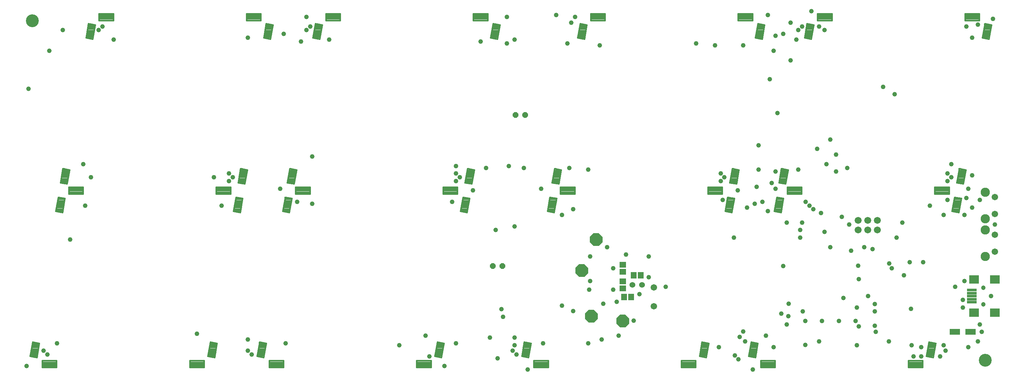
<source format=gbs>
G75*
%MOIN*%
%OFA0B0*%
%FSLAX25Y25*%
%IPPOS*%
%LPD*%
%AMOC8*
5,1,8,0,0,1.08239X$1,22.5*
%
%ADD10C,0.13398*%
%ADD11C,0.06737*%
%ADD12R,0.11036X0.06312*%
%ADD13R,0.10249X0.08674*%
%ADD14R,0.09887X0.02769*%
%ADD15C,0.04737*%
%ADD16C,0.07200*%
%ADD17C,0.01735*%
%ADD18OC8,0.06000*%
%ADD19C,0.06000*%
%ADD20R,0.05918X0.06706*%
%ADD21R,0.06706X0.05918*%
%ADD22C,0.09658*%
%ADD23OC8,0.13200*%
%ADD24C,0.04762*%
D10*
X1034249Y0111295D03*
X0042123Y0465626D03*
D11*
X0689209Y0187201D03*
X0689209Y0167516D03*
X1044091Y0224484D03*
X1044091Y0242201D03*
X1044091Y0263854D03*
X1044091Y0281571D03*
D12*
X1018698Y0140823D03*
X1002556Y0140823D03*
D13*
X1022438Y0160902D03*
X1044091Y0160902D03*
X1044091Y0195547D03*
X1022438Y0195547D03*
D14*
X1020217Y0184524D03*
X1020217Y0181374D03*
X1020217Y0178224D03*
X1020217Y0175075D03*
X1020217Y0171925D03*
D15*
X1032280Y0169563D03*
X1032280Y0186886D03*
D16*
X0921709Y0247358D03*
X0911709Y0247358D03*
X0901709Y0247358D03*
X0901709Y0257358D03*
X0911709Y0257358D03*
X0921709Y0257358D03*
D17*
X0981566Y0284991D02*
X0996380Y0284991D01*
X0981566Y0284991D02*
X0981566Y0291931D01*
X0996380Y0291931D01*
X0996380Y0284991D01*
X0996380Y0286725D02*
X0981566Y0286725D01*
X0981566Y0288459D02*
X0996380Y0288459D01*
X0996380Y0290193D02*
X0981566Y0290193D01*
X0981566Y0291927D02*
X0996380Y0291927D01*
X1004403Y0296715D02*
X1006975Y0311303D01*
X1013809Y0310097D01*
X1011237Y0295509D01*
X1004403Y0296715D01*
X1004496Y0297243D02*
X1011543Y0297243D01*
X1011848Y0298977D02*
X1004802Y0298977D01*
X1005108Y0300711D02*
X1012154Y0300711D01*
X1012460Y0302445D02*
X1005413Y0302445D01*
X1005719Y0304179D02*
X1012766Y0304179D01*
X1013071Y0305913D02*
X1006025Y0305913D01*
X1006330Y0307647D02*
X1013377Y0307647D01*
X1013683Y0309381D02*
X1006636Y0309381D01*
X1006942Y0311115D02*
X1008040Y0311115D01*
X1008976Y0280206D02*
X1006404Y0265618D01*
X0999570Y0266824D01*
X1002142Y0281412D01*
X1008976Y0280206D01*
X1006710Y0267352D02*
X0999663Y0267352D01*
X0999969Y0269086D02*
X1007015Y0269086D01*
X1007321Y0270820D02*
X1000275Y0270820D01*
X1000580Y0272554D02*
X1007627Y0272554D01*
X1007933Y0274288D02*
X1000886Y0274288D01*
X1001192Y0276022D02*
X1008238Y0276022D01*
X1008544Y0277756D02*
X1001497Y0277756D01*
X1001803Y0279490D02*
X1008850Y0279490D01*
X1003207Y0281224D02*
X1002109Y0281224D01*
X0842837Y0284991D02*
X0828023Y0284991D01*
X0828023Y0291931D01*
X0842837Y0291931D01*
X0842837Y0284991D01*
X0842837Y0286725D02*
X0828023Y0286725D01*
X0828023Y0288459D02*
X0842837Y0288459D01*
X0842837Y0290193D02*
X0828023Y0290193D01*
X0828023Y0291927D02*
X0842837Y0291927D01*
X0826198Y0295509D02*
X0828770Y0310097D01*
X0826198Y0295509D02*
X0819364Y0296715D01*
X0821936Y0311303D01*
X0828770Y0310097D01*
X0826504Y0297243D02*
X0819457Y0297243D01*
X0819763Y0298977D02*
X0826809Y0298977D01*
X0827115Y0300711D02*
X0820069Y0300711D01*
X0820374Y0302445D02*
X0827421Y0302445D01*
X0827727Y0304179D02*
X0820680Y0304179D01*
X0820986Y0305913D02*
X0828032Y0305913D01*
X0828338Y0307647D02*
X0821291Y0307647D01*
X0821597Y0309381D02*
X0828644Y0309381D01*
X0823001Y0311115D02*
X0821903Y0311115D01*
X0770755Y0311303D02*
X0768183Y0296715D01*
X0770755Y0311303D02*
X0777589Y0310097D01*
X0775017Y0295509D01*
X0768183Y0296715D01*
X0768276Y0297243D02*
X0775323Y0297243D01*
X0775628Y0298977D02*
X0768582Y0298977D01*
X0768888Y0300711D02*
X0775934Y0300711D01*
X0776240Y0302445D02*
X0769193Y0302445D01*
X0769499Y0304179D02*
X0776546Y0304179D01*
X0776851Y0305913D02*
X0769805Y0305913D01*
X0770110Y0307647D02*
X0777157Y0307647D01*
X0777463Y0309381D02*
X0770416Y0309381D01*
X0770722Y0311115D02*
X0771820Y0311115D01*
X0760160Y0284991D02*
X0745346Y0284991D01*
X0745346Y0291931D01*
X0760160Y0291931D01*
X0760160Y0284991D01*
X0760160Y0286725D02*
X0745346Y0286725D01*
X0745346Y0288459D02*
X0760160Y0288459D01*
X0760160Y0290193D02*
X0745346Y0290193D01*
X0745346Y0291927D02*
X0760160Y0291927D01*
X0772755Y0280206D02*
X0770183Y0265618D01*
X0763349Y0266824D01*
X0765921Y0281412D01*
X0772755Y0280206D01*
X0770489Y0267352D02*
X0763442Y0267352D01*
X0763748Y0269086D02*
X0770794Y0269086D01*
X0771100Y0270820D02*
X0764054Y0270820D01*
X0764359Y0272554D02*
X0771406Y0272554D01*
X0771712Y0274288D02*
X0764665Y0274288D01*
X0764971Y0276022D02*
X0772017Y0276022D01*
X0772323Y0277756D02*
X0765276Y0277756D01*
X0765582Y0279490D02*
X0772629Y0279490D01*
X0766986Y0281224D02*
X0765888Y0281224D01*
X0814530Y0266824D02*
X0817102Y0281412D01*
X0823936Y0280206D01*
X0821364Y0265618D01*
X0814530Y0266824D01*
X0814623Y0267352D02*
X0821670Y0267352D01*
X0821975Y0269086D02*
X0814929Y0269086D01*
X0815235Y0270820D02*
X0822281Y0270820D01*
X0822587Y0272554D02*
X0815540Y0272554D01*
X0815846Y0274288D02*
X0822893Y0274288D01*
X0823198Y0276022D02*
X0816152Y0276022D01*
X0816457Y0277756D02*
X0823504Y0277756D01*
X0823810Y0279490D02*
X0816763Y0279490D01*
X0817069Y0281224D02*
X0818167Y0281224D01*
X0606616Y0284991D02*
X0591802Y0284991D01*
X0591802Y0291931D01*
X0606616Y0291931D01*
X0606616Y0284991D01*
X0606616Y0286725D02*
X0591802Y0286725D01*
X0591802Y0288459D02*
X0606616Y0288459D01*
X0606616Y0290193D02*
X0591802Y0290193D01*
X0591802Y0291927D02*
X0606616Y0291927D01*
X0589978Y0295509D02*
X0592550Y0310097D01*
X0589978Y0295509D02*
X0583144Y0296715D01*
X0585716Y0311303D01*
X0592550Y0310097D01*
X0590284Y0297243D02*
X0583237Y0297243D01*
X0583543Y0298977D02*
X0590589Y0298977D01*
X0590895Y0300711D02*
X0583849Y0300711D01*
X0584154Y0302445D02*
X0591201Y0302445D01*
X0591507Y0304179D02*
X0584460Y0304179D01*
X0584766Y0305913D02*
X0591812Y0305913D01*
X0592118Y0307647D02*
X0585071Y0307647D01*
X0585377Y0309381D02*
X0592424Y0309381D01*
X0586781Y0311115D02*
X0585683Y0311115D01*
X0495164Y0311303D02*
X0492592Y0296715D01*
X0495164Y0311303D02*
X0501998Y0310097D01*
X0499426Y0295509D01*
X0492592Y0296715D01*
X0492685Y0297243D02*
X0499732Y0297243D01*
X0500037Y0298977D02*
X0492991Y0298977D01*
X0493297Y0300711D02*
X0500343Y0300711D01*
X0500649Y0302445D02*
X0493602Y0302445D01*
X0493908Y0304179D02*
X0500955Y0304179D01*
X0501260Y0305913D02*
X0494214Y0305913D01*
X0494519Y0307647D02*
X0501566Y0307647D01*
X0501872Y0309381D02*
X0494825Y0309381D01*
X0495131Y0311115D02*
X0496229Y0311115D01*
X0484569Y0284991D02*
X0469755Y0284991D01*
X0469755Y0291931D01*
X0484569Y0291931D01*
X0484569Y0284991D01*
X0484569Y0286725D02*
X0469755Y0286725D01*
X0469755Y0288459D02*
X0484569Y0288459D01*
X0484569Y0290193D02*
X0469755Y0290193D01*
X0469755Y0291927D02*
X0484569Y0291927D01*
X0497165Y0280206D02*
X0494593Y0265618D01*
X0487759Y0266824D01*
X0490331Y0281412D01*
X0497165Y0280206D01*
X0494899Y0267352D02*
X0487852Y0267352D01*
X0488158Y0269086D02*
X0495204Y0269086D01*
X0495510Y0270820D02*
X0488464Y0270820D01*
X0488769Y0272554D02*
X0495816Y0272554D01*
X0496122Y0274288D02*
X0489075Y0274288D01*
X0489381Y0276022D02*
X0496427Y0276022D01*
X0496733Y0277756D02*
X0489686Y0277756D01*
X0489992Y0279490D02*
X0497039Y0279490D01*
X0491396Y0281224D02*
X0490298Y0281224D01*
X0578310Y0266824D02*
X0580882Y0281412D01*
X0587716Y0280206D01*
X0585144Y0265618D01*
X0578310Y0266824D01*
X0578403Y0267352D02*
X0585450Y0267352D01*
X0585755Y0269086D02*
X0578709Y0269086D01*
X0579015Y0270820D02*
X0586061Y0270820D01*
X0586367Y0272554D02*
X0579320Y0272554D01*
X0579626Y0274288D02*
X0586673Y0274288D01*
X0586978Y0276022D02*
X0579932Y0276022D01*
X0580237Y0277756D02*
X0587284Y0277756D01*
X0587590Y0279490D02*
X0580543Y0279490D01*
X0580849Y0281224D02*
X0581947Y0281224D01*
X0331026Y0284991D02*
X0316212Y0284991D01*
X0316212Y0291931D01*
X0331026Y0291931D01*
X0331026Y0284991D01*
X0331026Y0286725D02*
X0316212Y0286725D01*
X0316212Y0288459D02*
X0331026Y0288459D01*
X0331026Y0290193D02*
X0316212Y0290193D01*
X0316212Y0291927D02*
X0331026Y0291927D01*
X0314387Y0295509D02*
X0316959Y0310097D01*
X0314387Y0295509D02*
X0307553Y0296715D01*
X0310125Y0311303D01*
X0316959Y0310097D01*
X0314693Y0297243D02*
X0307646Y0297243D01*
X0307952Y0298977D02*
X0314998Y0298977D01*
X0315304Y0300711D02*
X0308258Y0300711D01*
X0308563Y0302445D02*
X0315610Y0302445D01*
X0315916Y0304179D02*
X0308869Y0304179D01*
X0309175Y0305913D02*
X0316221Y0305913D01*
X0316527Y0307647D02*
X0309480Y0307647D01*
X0309786Y0309381D02*
X0316833Y0309381D01*
X0311190Y0311115D02*
X0310092Y0311115D01*
X0258944Y0311303D02*
X0256372Y0296715D01*
X0258944Y0311303D02*
X0265778Y0310097D01*
X0263206Y0295509D01*
X0256372Y0296715D01*
X0256465Y0297243D02*
X0263512Y0297243D01*
X0263817Y0298977D02*
X0256771Y0298977D01*
X0257077Y0300711D02*
X0264123Y0300711D01*
X0264429Y0302445D02*
X0257382Y0302445D01*
X0257688Y0304179D02*
X0264735Y0304179D01*
X0265040Y0305913D02*
X0257994Y0305913D01*
X0258299Y0307647D02*
X0265346Y0307647D01*
X0265652Y0309381D02*
X0258605Y0309381D01*
X0258911Y0311115D02*
X0260009Y0311115D01*
X0248349Y0284991D02*
X0233535Y0284991D01*
X0233535Y0291931D01*
X0248349Y0291931D01*
X0248349Y0284991D01*
X0248349Y0286725D02*
X0233535Y0286725D01*
X0233535Y0288459D02*
X0248349Y0288459D01*
X0248349Y0290193D02*
X0233535Y0290193D01*
X0233535Y0291927D02*
X0248349Y0291927D01*
X0260944Y0280206D02*
X0258372Y0265618D01*
X0251538Y0266824D01*
X0254110Y0281412D01*
X0260944Y0280206D01*
X0258678Y0267352D02*
X0251631Y0267352D01*
X0251937Y0269086D02*
X0258983Y0269086D01*
X0259289Y0270820D02*
X0252243Y0270820D01*
X0252548Y0272554D02*
X0259595Y0272554D01*
X0259901Y0274288D02*
X0252854Y0274288D01*
X0253160Y0276022D02*
X0260206Y0276022D01*
X0260512Y0277756D02*
X0253465Y0277756D01*
X0253771Y0279490D02*
X0260818Y0279490D01*
X0255175Y0281224D02*
X0254077Y0281224D01*
X0302719Y0266824D02*
X0305291Y0281412D01*
X0312125Y0280206D01*
X0309553Y0265618D01*
X0302719Y0266824D01*
X0302812Y0267352D02*
X0309859Y0267352D01*
X0310164Y0269086D02*
X0303118Y0269086D01*
X0303424Y0270820D02*
X0310470Y0270820D01*
X0310776Y0272554D02*
X0303729Y0272554D01*
X0304035Y0274288D02*
X0311082Y0274288D01*
X0311387Y0276022D02*
X0304341Y0276022D01*
X0304646Y0277756D02*
X0311693Y0277756D01*
X0311999Y0279490D02*
X0304952Y0279490D01*
X0305258Y0281224D02*
X0306356Y0281224D01*
X0094805Y0284991D02*
X0079991Y0284991D01*
X0079991Y0291931D01*
X0094805Y0291931D01*
X0094805Y0284991D01*
X0094805Y0286725D02*
X0079991Y0286725D01*
X0079991Y0288459D02*
X0094805Y0288459D01*
X0094805Y0290193D02*
X0079991Y0290193D01*
X0079991Y0291927D02*
X0094805Y0291927D01*
X0078167Y0295509D02*
X0080739Y0310097D01*
X0078167Y0295509D02*
X0071333Y0296715D01*
X0073905Y0311303D01*
X0080739Y0310097D01*
X0078473Y0297243D02*
X0071426Y0297243D01*
X0071732Y0298977D02*
X0078778Y0298977D01*
X0079084Y0300711D02*
X0072038Y0300711D01*
X0072343Y0302445D02*
X0079390Y0302445D01*
X0079696Y0304179D02*
X0072649Y0304179D01*
X0072955Y0305913D02*
X0080001Y0305913D01*
X0080307Y0307647D02*
X0073260Y0307647D01*
X0073566Y0309381D02*
X0080613Y0309381D01*
X0074970Y0311115D02*
X0073872Y0311115D01*
X0069071Y0281412D02*
X0066499Y0266824D01*
X0069071Y0281412D02*
X0075905Y0280206D01*
X0073333Y0265618D01*
X0066499Y0266824D01*
X0066592Y0267352D02*
X0073639Y0267352D01*
X0073944Y0269086D02*
X0066898Y0269086D01*
X0067204Y0270820D02*
X0074250Y0270820D01*
X0074556Y0272554D02*
X0067509Y0272554D01*
X0067815Y0274288D02*
X0074862Y0274288D01*
X0075167Y0276022D02*
X0068121Y0276022D01*
X0068426Y0277756D02*
X0075473Y0277756D01*
X0075779Y0279490D02*
X0068732Y0279490D01*
X0069038Y0281224D02*
X0070136Y0281224D01*
X0042408Y0130201D02*
X0039836Y0115613D01*
X0042408Y0130201D02*
X0049242Y0128995D01*
X0046670Y0114407D01*
X0039836Y0115613D01*
X0039929Y0116141D02*
X0046976Y0116141D01*
X0047281Y0117875D02*
X0040235Y0117875D01*
X0040541Y0119609D02*
X0047587Y0119609D01*
X0047893Y0121343D02*
X0040846Y0121343D01*
X0041152Y0123077D02*
X0048199Y0123077D01*
X0048504Y0124811D02*
X0041458Y0124811D01*
X0041763Y0126545D02*
X0048810Y0126545D01*
X0049116Y0128279D02*
X0042069Y0128279D01*
X0042375Y0130013D02*
X0043473Y0130013D01*
X0052432Y0110828D02*
X0067246Y0110828D01*
X0067246Y0103888D01*
X0052432Y0103888D01*
X0052432Y0110828D01*
X0052432Y0105622D02*
X0067246Y0105622D01*
X0067246Y0107356D02*
X0052432Y0107356D01*
X0052432Y0109090D02*
X0067246Y0109090D01*
X0067246Y0110824D02*
X0052432Y0110824D01*
X0205976Y0110828D02*
X0220790Y0110828D01*
X0220790Y0103888D01*
X0205976Y0103888D01*
X0205976Y0110828D01*
X0205976Y0105622D02*
X0220790Y0105622D01*
X0220790Y0107356D02*
X0205976Y0107356D01*
X0205976Y0109090D02*
X0220790Y0109090D01*
X0220790Y0110824D02*
X0205976Y0110824D01*
X0231710Y0114407D02*
X0234282Y0128995D01*
X0231710Y0114407D02*
X0224876Y0115613D01*
X0227448Y0130201D01*
X0234282Y0128995D01*
X0232016Y0116141D02*
X0224969Y0116141D01*
X0225275Y0117875D02*
X0232321Y0117875D01*
X0232627Y0119609D02*
X0225581Y0119609D01*
X0225886Y0121343D02*
X0232933Y0121343D01*
X0233239Y0123077D02*
X0226192Y0123077D01*
X0226498Y0124811D02*
X0233544Y0124811D01*
X0233850Y0126545D02*
X0226803Y0126545D01*
X0227109Y0128279D02*
X0234156Y0128279D01*
X0228513Y0130013D02*
X0227415Y0130013D01*
X0276057Y0115613D02*
X0278629Y0130201D01*
X0285463Y0128995D01*
X0282891Y0114407D01*
X0276057Y0115613D01*
X0276150Y0116141D02*
X0283197Y0116141D01*
X0283502Y0117875D02*
X0276456Y0117875D01*
X0276762Y0119609D02*
X0283808Y0119609D01*
X0284114Y0121343D02*
X0277067Y0121343D01*
X0277373Y0123077D02*
X0284420Y0123077D01*
X0284725Y0124811D02*
X0277679Y0124811D01*
X0277984Y0126545D02*
X0285031Y0126545D01*
X0285337Y0128279D02*
X0278290Y0128279D01*
X0278596Y0130013D02*
X0279694Y0130013D01*
X0288653Y0110828D02*
X0303467Y0110828D01*
X0303467Y0103888D01*
X0288653Y0103888D01*
X0288653Y0110828D01*
X0288653Y0105622D02*
X0303467Y0105622D01*
X0303467Y0107356D02*
X0288653Y0107356D01*
X0288653Y0109090D02*
X0303467Y0109090D01*
X0303467Y0110824D02*
X0288653Y0110824D01*
X0442196Y0110828D02*
X0457010Y0110828D01*
X0457010Y0103888D01*
X0442196Y0103888D01*
X0442196Y0110828D01*
X0442196Y0105622D02*
X0457010Y0105622D01*
X0457010Y0107356D02*
X0442196Y0107356D01*
X0442196Y0109090D02*
X0457010Y0109090D01*
X0457010Y0110824D02*
X0442196Y0110824D01*
X0467930Y0114407D02*
X0470502Y0128995D01*
X0467930Y0114407D02*
X0461096Y0115613D01*
X0463668Y0130201D01*
X0470502Y0128995D01*
X0468236Y0116141D02*
X0461189Y0116141D01*
X0461495Y0117875D02*
X0468541Y0117875D01*
X0468847Y0119609D02*
X0461801Y0119609D01*
X0462106Y0121343D02*
X0469153Y0121343D01*
X0469459Y0123077D02*
X0462412Y0123077D01*
X0462718Y0124811D02*
X0469764Y0124811D01*
X0470070Y0126545D02*
X0463023Y0126545D01*
X0463329Y0128279D02*
X0470376Y0128279D01*
X0464733Y0130013D02*
X0463635Y0130013D01*
X0551648Y0115613D02*
X0554220Y0130201D01*
X0561054Y0128995D01*
X0558482Y0114407D01*
X0551648Y0115613D01*
X0551741Y0116141D02*
X0558788Y0116141D01*
X0559093Y0117875D02*
X0552047Y0117875D01*
X0552353Y0119609D02*
X0559399Y0119609D01*
X0559705Y0121343D02*
X0552658Y0121343D01*
X0552964Y0123077D02*
X0560011Y0123077D01*
X0560316Y0124811D02*
X0553270Y0124811D01*
X0553575Y0126545D02*
X0560622Y0126545D01*
X0560928Y0128279D02*
X0553881Y0128279D01*
X0554187Y0130013D02*
X0555285Y0130013D01*
X0564243Y0110828D02*
X0579057Y0110828D01*
X0579057Y0103888D01*
X0564243Y0103888D01*
X0564243Y0110828D01*
X0564243Y0105622D02*
X0579057Y0105622D01*
X0579057Y0107356D02*
X0564243Y0107356D01*
X0564243Y0109090D02*
X0579057Y0109090D01*
X0579057Y0110824D02*
X0564243Y0110824D01*
X0717787Y0110828D02*
X0732601Y0110828D01*
X0732601Y0103888D01*
X0717787Y0103888D01*
X0717787Y0110828D01*
X0717787Y0105622D02*
X0732601Y0105622D01*
X0732601Y0107356D02*
X0717787Y0107356D01*
X0717787Y0109090D02*
X0732601Y0109090D01*
X0732601Y0110824D02*
X0717787Y0110824D01*
X0743521Y0114407D02*
X0746093Y0128995D01*
X0743521Y0114407D02*
X0736687Y0115613D01*
X0739259Y0130201D01*
X0746093Y0128995D01*
X0743827Y0116141D02*
X0736780Y0116141D01*
X0737086Y0117875D02*
X0744132Y0117875D01*
X0744438Y0119609D02*
X0737392Y0119609D01*
X0737697Y0121343D02*
X0744744Y0121343D01*
X0745050Y0123077D02*
X0738003Y0123077D01*
X0738309Y0124811D02*
X0745355Y0124811D01*
X0745661Y0126545D02*
X0738614Y0126545D01*
X0738920Y0128279D02*
X0745967Y0128279D01*
X0740324Y0130013D02*
X0739226Y0130013D01*
X0787868Y0115613D02*
X0790440Y0130201D01*
X0797274Y0128995D01*
X0794702Y0114407D01*
X0787868Y0115613D01*
X0787961Y0116141D02*
X0795008Y0116141D01*
X0795313Y0117875D02*
X0788267Y0117875D01*
X0788573Y0119609D02*
X0795619Y0119609D01*
X0795925Y0121343D02*
X0788878Y0121343D01*
X0789184Y0123077D02*
X0796231Y0123077D01*
X0796536Y0124811D02*
X0789490Y0124811D01*
X0789795Y0126545D02*
X0796842Y0126545D01*
X0797148Y0128279D02*
X0790101Y0128279D01*
X0790407Y0130013D02*
X0791505Y0130013D01*
X0800464Y0110828D02*
X0815278Y0110828D01*
X0815278Y0103888D01*
X0800464Y0103888D01*
X0800464Y0110828D01*
X0800464Y0105622D02*
X0815278Y0105622D01*
X0815278Y0107356D02*
X0800464Y0107356D01*
X0800464Y0109090D02*
X0815278Y0109090D01*
X0815278Y0110824D02*
X0800464Y0110824D01*
X0954007Y0110828D02*
X0968821Y0110828D01*
X0968821Y0103888D01*
X0954007Y0103888D01*
X0954007Y0110828D01*
X0954007Y0105622D02*
X0968821Y0105622D01*
X0968821Y0107356D02*
X0954007Y0107356D01*
X0954007Y0109090D02*
X0968821Y0109090D01*
X0968821Y0110824D02*
X0954007Y0110824D01*
X0979741Y0114407D02*
X0982313Y0128995D01*
X0979741Y0114407D02*
X0972907Y0115613D01*
X0975479Y0130201D01*
X0982313Y0128995D01*
X0980047Y0116141D02*
X0973000Y0116141D01*
X0973306Y0117875D02*
X0980352Y0117875D01*
X0980658Y0119609D02*
X0973612Y0119609D01*
X0973917Y0121343D02*
X0980964Y0121343D01*
X0981270Y0123077D02*
X0974223Y0123077D01*
X0974529Y0124811D02*
X0981575Y0124811D01*
X0981881Y0126545D02*
X0974834Y0126545D01*
X0975140Y0128279D02*
X0982187Y0128279D01*
X0976544Y0130013D02*
X0975446Y0130013D01*
X1031066Y0447926D02*
X1033638Y0462514D01*
X1040472Y0461308D01*
X1037900Y0446720D01*
X1031066Y0447926D01*
X1031159Y0448454D02*
X1038206Y0448454D01*
X1038511Y0450188D02*
X1031465Y0450188D01*
X1031771Y0451922D02*
X1038817Y0451922D01*
X1039123Y0453656D02*
X1032076Y0453656D01*
X1032382Y0455390D02*
X1039429Y0455390D01*
X1039734Y0457124D02*
X1032688Y0457124D01*
X1032993Y0458858D02*
X1040040Y0458858D01*
X1040346Y0460592D02*
X1033299Y0460592D01*
X1033605Y0462326D02*
X1034703Y0462326D01*
X1027876Y0473033D02*
X1013062Y0473033D01*
X1027876Y0473033D02*
X1027876Y0466093D01*
X1013062Y0466093D01*
X1013062Y0473033D01*
X1013062Y0467827D02*
X1027876Y0467827D01*
X1027876Y0469561D02*
X1013062Y0469561D01*
X1013062Y0471295D02*
X1027876Y0471295D01*
X1027876Y0473029D02*
X1013062Y0473029D01*
X0874333Y0473033D02*
X0859519Y0473033D01*
X0874333Y0473033D02*
X0874333Y0466093D01*
X0859519Y0466093D01*
X0859519Y0473033D01*
X0859519Y0467827D02*
X0874333Y0467827D01*
X0874333Y0469561D02*
X0859519Y0469561D01*
X0859519Y0471295D02*
X0874333Y0471295D01*
X0874333Y0473029D02*
X0859519Y0473029D01*
X0855433Y0461308D02*
X0852861Y0446720D01*
X0846027Y0447926D01*
X0848599Y0462514D01*
X0855433Y0461308D01*
X0853167Y0448454D02*
X0846120Y0448454D01*
X0846426Y0450188D02*
X0853472Y0450188D01*
X0853778Y0451922D02*
X0846732Y0451922D01*
X0847037Y0453656D02*
X0854084Y0453656D01*
X0854390Y0455390D02*
X0847343Y0455390D01*
X0847649Y0457124D02*
X0854695Y0457124D01*
X0855001Y0458858D02*
X0847954Y0458858D01*
X0848260Y0460592D02*
X0855307Y0460592D01*
X0849664Y0462326D02*
X0848566Y0462326D01*
X0797417Y0462514D02*
X0794845Y0447926D01*
X0797417Y0462514D02*
X0804251Y0461308D01*
X0801679Y0446720D01*
X0794845Y0447926D01*
X0794938Y0448454D02*
X0801985Y0448454D01*
X0802290Y0450188D02*
X0795244Y0450188D01*
X0795550Y0451922D02*
X0802596Y0451922D01*
X0802902Y0453656D02*
X0795855Y0453656D01*
X0796161Y0455390D02*
X0803208Y0455390D01*
X0803513Y0457124D02*
X0796467Y0457124D01*
X0796772Y0458858D02*
X0803819Y0458858D01*
X0804125Y0460592D02*
X0797078Y0460592D01*
X0797384Y0462326D02*
X0798482Y0462326D01*
X0791656Y0473033D02*
X0776842Y0473033D01*
X0791656Y0473033D02*
X0791656Y0466093D01*
X0776842Y0466093D01*
X0776842Y0473033D01*
X0776842Y0467827D02*
X0791656Y0467827D01*
X0791656Y0469561D02*
X0776842Y0469561D01*
X0776842Y0471295D02*
X0791656Y0471295D01*
X0791656Y0473029D02*
X0776842Y0473029D01*
X0638112Y0473033D02*
X0623298Y0473033D01*
X0638112Y0473033D02*
X0638112Y0466093D01*
X0623298Y0466093D01*
X0623298Y0473033D01*
X0623298Y0467827D02*
X0638112Y0467827D01*
X0638112Y0469561D02*
X0623298Y0469561D01*
X0623298Y0471295D02*
X0638112Y0471295D01*
X0638112Y0473029D02*
X0623298Y0473029D01*
X0619212Y0461308D02*
X0616640Y0446720D01*
X0609806Y0447926D01*
X0612378Y0462514D01*
X0619212Y0461308D01*
X0616946Y0448454D02*
X0609899Y0448454D01*
X0610205Y0450188D02*
X0617251Y0450188D01*
X0617557Y0451922D02*
X0610511Y0451922D01*
X0610816Y0453656D02*
X0617863Y0453656D01*
X0618169Y0455390D02*
X0611122Y0455390D01*
X0611428Y0457124D02*
X0618474Y0457124D01*
X0618780Y0458858D02*
X0611733Y0458858D01*
X0612039Y0460592D02*
X0619086Y0460592D01*
X0613443Y0462326D02*
X0612345Y0462326D01*
X0521827Y0462514D02*
X0519255Y0447926D01*
X0521827Y0462514D02*
X0528661Y0461308D01*
X0526089Y0446720D01*
X0519255Y0447926D01*
X0519348Y0448454D02*
X0526395Y0448454D01*
X0526700Y0450188D02*
X0519654Y0450188D01*
X0519960Y0451922D02*
X0527006Y0451922D01*
X0527312Y0453656D02*
X0520265Y0453656D01*
X0520571Y0455390D02*
X0527618Y0455390D01*
X0527923Y0457124D02*
X0520877Y0457124D01*
X0521182Y0458858D02*
X0528229Y0458858D01*
X0528535Y0460592D02*
X0521488Y0460592D01*
X0521794Y0462326D02*
X0522892Y0462326D01*
X0516065Y0473033D02*
X0501251Y0473033D01*
X0516065Y0473033D02*
X0516065Y0466093D01*
X0501251Y0466093D01*
X0501251Y0473033D01*
X0501251Y0467827D02*
X0516065Y0467827D01*
X0516065Y0469561D02*
X0501251Y0469561D01*
X0501251Y0471295D02*
X0516065Y0471295D01*
X0516065Y0473029D02*
X0501251Y0473029D01*
X0362522Y0473033D02*
X0347708Y0473033D01*
X0362522Y0473033D02*
X0362522Y0466093D01*
X0347708Y0466093D01*
X0347708Y0473033D01*
X0347708Y0467827D02*
X0362522Y0467827D01*
X0362522Y0469561D02*
X0347708Y0469561D01*
X0347708Y0471295D02*
X0362522Y0471295D01*
X0362522Y0473029D02*
X0347708Y0473029D01*
X0343622Y0461308D02*
X0341050Y0446720D01*
X0334216Y0447926D01*
X0336788Y0462514D01*
X0343622Y0461308D01*
X0341356Y0448454D02*
X0334309Y0448454D01*
X0334615Y0450188D02*
X0341661Y0450188D01*
X0341967Y0451922D02*
X0334921Y0451922D01*
X0335226Y0453656D02*
X0342273Y0453656D01*
X0342579Y0455390D02*
X0335532Y0455390D01*
X0335838Y0457124D02*
X0342884Y0457124D01*
X0343190Y0458858D02*
X0336143Y0458858D01*
X0336449Y0460592D02*
X0343496Y0460592D01*
X0337853Y0462326D02*
X0336755Y0462326D01*
X0285606Y0462514D02*
X0283034Y0447926D01*
X0285606Y0462514D02*
X0292440Y0461308D01*
X0289868Y0446720D01*
X0283034Y0447926D01*
X0283127Y0448454D02*
X0290174Y0448454D01*
X0290479Y0450188D02*
X0283433Y0450188D01*
X0283739Y0451922D02*
X0290785Y0451922D01*
X0291091Y0453656D02*
X0284044Y0453656D01*
X0284350Y0455390D02*
X0291397Y0455390D01*
X0291702Y0457124D02*
X0284656Y0457124D01*
X0284961Y0458858D02*
X0292008Y0458858D01*
X0292314Y0460592D02*
X0285267Y0460592D01*
X0285573Y0462326D02*
X0286671Y0462326D01*
X0279845Y0473033D02*
X0265031Y0473033D01*
X0279845Y0473033D02*
X0279845Y0466093D01*
X0265031Y0466093D01*
X0265031Y0473033D01*
X0265031Y0467827D02*
X0279845Y0467827D01*
X0279845Y0469561D02*
X0265031Y0469561D01*
X0265031Y0471295D02*
X0279845Y0471295D01*
X0279845Y0473029D02*
X0265031Y0473029D01*
X0126301Y0473033D02*
X0111487Y0473033D01*
X0126301Y0473033D02*
X0126301Y0466093D01*
X0111487Y0466093D01*
X0111487Y0473033D01*
X0111487Y0467827D02*
X0126301Y0467827D01*
X0126301Y0469561D02*
X0111487Y0469561D01*
X0111487Y0471295D02*
X0126301Y0471295D01*
X0126301Y0473029D02*
X0111487Y0473029D01*
X0107401Y0461308D02*
X0104829Y0446720D01*
X0097995Y0447926D01*
X0100567Y0462514D01*
X0107401Y0461308D01*
X0105135Y0448454D02*
X0098088Y0448454D01*
X0098394Y0450188D02*
X0105440Y0450188D01*
X0105746Y0451922D02*
X0098700Y0451922D01*
X0099005Y0453656D02*
X0106052Y0453656D01*
X0106358Y0455390D02*
X0099311Y0455390D01*
X0099617Y0457124D02*
X0106663Y0457124D01*
X0106969Y0458858D02*
X0099922Y0458858D01*
X0100228Y0460592D02*
X0107275Y0460592D01*
X0101632Y0462326D02*
X0100534Y0462326D01*
D18*
X0544997Y0367201D03*
X0554997Y0367201D03*
X0531375Y0209720D03*
X0521375Y0209720D03*
D19*
X0666709Y0189858D03*
X0676709Y0189858D03*
D20*
X0675449Y0199858D03*
X0667969Y0199858D03*
X0665449Y0177358D03*
X0657969Y0177358D03*
D21*
X0656709Y0186118D03*
X0656709Y0193598D03*
X0656709Y0203618D03*
X0656709Y0211098D03*
D22*
X1034249Y0219563D03*
X1034249Y0247122D03*
X1034249Y0258933D03*
X1034249Y0286492D03*
D23*
X0656709Y0152358D03*
X0624209Y0157358D03*
X0614209Y0204858D03*
X0629209Y0237358D03*
D24*
X0036217Y0105390D03*
X0057871Y0117201D03*
X0053934Y0121138D03*
X0067713Y0129012D03*
X0213383Y0138854D03*
X0266532Y0132949D03*
X0266532Y0121138D03*
X0270469Y0117201D03*
X0305902Y0129012D03*
X0424012Y0127043D03*
X0451572Y0136886D03*
X0483068Y0129012D03*
X0455509Y0115232D03*
X0471257Y0105390D03*
X0526375Y0113264D03*
X0542123Y0121138D03*
X0546060Y0117201D03*
X0544091Y0127043D03*
X0544091Y0134917D03*
X0573619Y0129012D03*
X0620863Y0129012D03*
X0634642Y0132949D03*
X0652359Y0136886D03*
X0668107Y0152634D03*
X0650390Y0172319D03*
X0636611Y0170350D03*
X0605115Y0162476D03*
X0593304Y0168382D03*
X0621709Y0184858D03*
X0622831Y0193972D03*
X0646709Y0184858D03*
X0674012Y0180193D03*
X0683855Y0197909D03*
X0701572Y0188067D03*
X0646709Y0207358D03*
X0660233Y0221531D03*
X0640548Y0229406D03*
X0622831Y0219563D03*
X0683855Y0219563D03*
X0772438Y0239248D03*
X0827556Y0254996D03*
X0843304Y0254996D03*
X0841335Y0247122D03*
X0841335Y0239248D03*
X0866926Y0245154D03*
X0892516Y0253028D03*
X0884642Y0260902D03*
X0862989Y0264839D03*
X0855115Y0268776D03*
X0851178Y0272713D03*
X0847241Y0276650D03*
X0815745Y0290429D03*
X0811808Y0296335D03*
X0815745Y0308146D03*
X0798028Y0310114D03*
X0796060Y0292398D03*
X0776375Y0288461D03*
X0760627Y0278618D03*
X0786217Y0270744D03*
X0794091Y0274681D03*
X0801965Y0276650D03*
X0807871Y0266807D03*
X0758658Y0298303D03*
X0762595Y0302240D03*
X0758658Y0306177D03*
X0798028Y0335705D03*
X0839367Y0310114D03*
X0868894Y0316020D03*
X0878737Y0308146D03*
X0890548Y0312083D03*
X0878737Y0325862D03*
X0859052Y0331768D03*
X0872831Y0341610D03*
X0817713Y0369169D03*
X0809839Y0404602D03*
X0831493Y0424287D03*
X0813776Y0434130D03*
X0837398Y0445941D03*
X0823619Y0451846D03*
X0815745Y0449878D03*
X0831493Y0463657D03*
X0839367Y0455783D03*
X0843304Y0459720D03*
X0861020Y0459720D03*
X0866926Y0455783D03*
X0853146Y0475469D03*
X0807871Y0471531D03*
X0782280Y0440035D03*
X0752753Y0440035D03*
X0733068Y0442004D03*
X0632674Y0440035D03*
X0599209Y0442004D03*
X0603146Y0463657D03*
X0607083Y0469563D03*
X0587398Y0471531D03*
X0536217Y0469563D03*
X0544091Y0445941D03*
X0536217Y0442004D03*
X0508658Y0443972D03*
X0351178Y0445941D03*
X0327556Y0455783D03*
X0331493Y0459720D03*
X0327556Y0469563D03*
X0303934Y0451846D03*
X0321650Y0443972D03*
X0266532Y0447909D03*
X0126768Y0445941D03*
X0111020Y0455783D03*
X0114957Y0459720D03*
X0073619Y0455783D03*
X0059839Y0434130D03*
X0038186Y0394760D03*
X0095272Y0316020D03*
X0103146Y0302240D03*
X0097241Y0272713D03*
X0081493Y0237280D03*
X0238973Y0272713D03*
X0246847Y0298303D03*
X0250784Y0302240D03*
X0246847Y0306177D03*
X0231099Y0302240D03*
X0299997Y0290429D03*
X0317713Y0276650D03*
X0333461Y0274681D03*
X0333461Y0323894D03*
X0483068Y0314051D03*
X0483068Y0306177D03*
X0487005Y0302240D03*
X0483068Y0298303D03*
X0500784Y0288461D03*
X0479131Y0276650D03*
X0524406Y0247122D03*
X0544091Y0251059D03*
X0593304Y0262870D03*
X0605115Y0268776D03*
X0571650Y0290429D03*
X0620863Y0310114D03*
X0601178Y0312083D03*
X0553934Y0312083D03*
X0538186Y0314051D03*
X0514564Y0312083D03*
X0823619Y0209720D03*
X0872831Y0229406D03*
X0894485Y0225469D03*
X0908264Y0229406D03*
X0916709Y0227358D03*
X0941729Y0239248D03*
X0947635Y0254996D03*
X0976473Y0272713D03*
X0990942Y0262870D03*
X1012595Y0262870D03*
X1020469Y0270744D03*
X1028343Y0278618D03*
X1014564Y0280587D03*
X1016532Y0290429D03*
X0994879Y0298303D03*
X0998816Y0302240D03*
X0994879Y0306177D03*
X0998816Y0316020D03*
X1020469Y0304209D03*
X0994879Y0278618D03*
X1044091Y0253028D03*
X0969288Y0213657D03*
X0955509Y0213657D03*
X0949603Y0199878D03*
X0936709Y0207358D03*
X0934209Y0212358D03*
X0901709Y0209858D03*
X0902359Y0195941D03*
X0912201Y0178224D03*
X0919209Y0169858D03*
X0919209Y0162358D03*
X0900390Y0166413D03*
X0886611Y0176256D03*
X0844209Y0162358D03*
X0829209Y0157358D03*
X0821709Y0159858D03*
X0827556Y0148697D03*
X0846709Y0152358D03*
X0864209Y0152358D03*
X0881709Y0152358D03*
X0899209Y0152358D03*
X0902359Y0146728D03*
X0919209Y0147358D03*
X0920075Y0140823D03*
X0933855Y0130980D03*
X0957477Y0127043D03*
X0967320Y0125075D03*
X0990942Y0127043D03*
X0992910Y0121138D03*
X0987005Y0115232D03*
X0967320Y0115232D03*
X0959446Y0115232D03*
X1016532Y0125075D03*
X1026375Y0130980D03*
X1030312Y0140823D03*
X1028343Y0148697D03*
X1010627Y0166413D03*
X1010627Y0174287D03*
X1002753Y0188067D03*
X1012595Y0193972D03*
X1040154Y0178224D03*
X0956709Y0164858D03*
X0900390Y0127043D03*
X0861020Y0130980D03*
X0846709Y0127358D03*
X0813776Y0125075D03*
X0805902Y0136886D03*
X0784249Y0130980D03*
X0778343Y0135449D03*
X0782280Y0141354D03*
X0756709Y0124858D03*
X0773343Y0116138D03*
X0777280Y0112201D03*
X0792123Y0101453D03*
X0829524Y0170350D03*
X0557871Y0101453D03*
X0518501Y0134917D03*
X0532280Y0156571D03*
X0530312Y0164445D03*
X0939760Y0388854D03*
X0927949Y0396728D03*
X1020469Y0447909D03*
X1014564Y0459720D03*
X1026375Y0461689D03*
X1042123Y0467594D03*
M02*

</source>
